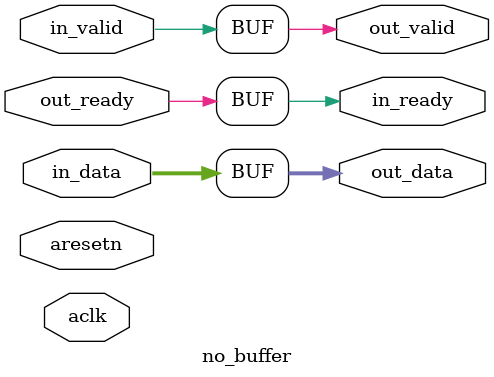
<source format=v>

`timescale 1 ns / 1 ps

module no_buffer #
(
  parameter integer DATA_WIDTH = 32
)
(
  input  wire                  aclk,
  input  wire                  aresetn,

  input  wire [DATA_WIDTH-1:0] in_data,
  input  wire                  in_valid,
  output wire                  in_ready,

  output wire [DATA_WIDTH-1:0] out_data,
  output wire                  out_valid,
  input  wire                  out_ready
);

  assign in_ready = out_ready;

  assign out_data = in_data;
  assign out_valid = in_valid;

endmodule

</source>
